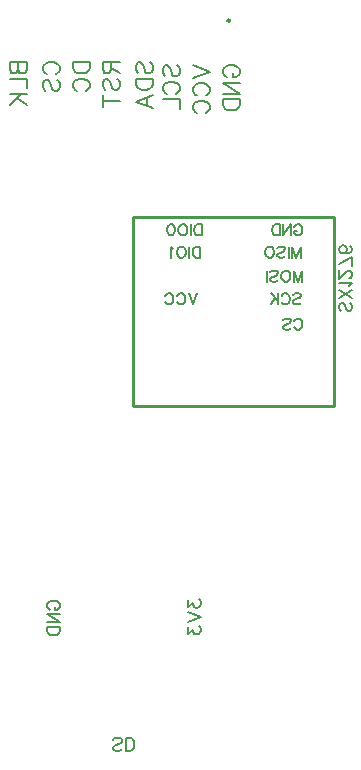
<source format=gbo>
G04 Layer: BottomSilkscreenLayer*
G04 EasyEDA v6.5.47, 2024-09-14 10:47:09*
G04 f333e6e274dc4bcb9767f93c96cd8ca8,df7e7e3c38a3447abd37b529b333d242,10*
G04 Gerber Generator version 0.2*
G04 Scale: 100 percent, Rotated: No, Reflected: No *
G04 Dimensions in millimeters *
G04 leading zeros omitted , absolute positions ,4 integer and 5 decimal *
%FSLAX45Y45*%
%MOMM*%

%ADD10C,0.1524*%
%ADD11C,0.2032*%
%ADD12C,0.2540*%
%ADD13C,0.2150*%

%LPD*%
D10*
X2625343Y319278D02*
G01*
X2614929Y308863D01*
X2599436Y303784D01*
X2578608Y303784D01*
X2563113Y308863D01*
X2552700Y319278D01*
X2552700Y329692D01*
X2557779Y340105D01*
X2563113Y345439D01*
X2573527Y350520D01*
X2604770Y360934D01*
X2614929Y366013D01*
X2620263Y371347D01*
X2625343Y381762D01*
X2625343Y397255D01*
X2614929Y407670D01*
X2599436Y412750D01*
X2578608Y412750D01*
X2563113Y407670D01*
X2552700Y397255D01*
X2659634Y303784D02*
G01*
X2659634Y412750D01*
X2659634Y303784D02*
G01*
X2696209Y303784D01*
X2711704Y308863D01*
X2722118Y319278D01*
X2727197Y329692D01*
X2732531Y345439D01*
X2732531Y371347D01*
X2727197Y386842D01*
X2722118Y397255D01*
X2711704Y407670D01*
X2696209Y412750D01*
X2659634Y412750D01*
X3186684Y1577086D02*
G01*
X3186684Y1519936D01*
X3228340Y1551178D01*
X3228340Y1535429D01*
X3233420Y1525270D01*
X3238500Y1519936D01*
X3254247Y1514855D01*
X3264661Y1514855D01*
X3280156Y1519936D01*
X3290570Y1530350D01*
X3295650Y1545844D01*
X3295650Y1561592D01*
X3290570Y1577086D01*
X3285490Y1582420D01*
X3275075Y1587500D01*
X3186684Y1480565D02*
G01*
X3295650Y1438910D01*
X3186684Y1397254D02*
G01*
X3295650Y1438910D01*
X3186684Y1352550D02*
G01*
X3186684Y1295400D01*
X3228340Y1326642D01*
X3228340Y1311147D01*
X3233420Y1300734D01*
X3238500Y1295400D01*
X3254247Y1290320D01*
X3264661Y1290320D01*
X3280156Y1295400D01*
X3290570Y1305813D01*
X3295650Y1321562D01*
X3295650Y1337055D01*
X3290570Y1352550D01*
X3285490Y1357884D01*
X3275075Y1362963D01*
X2018791Y1496821D02*
G01*
X2008377Y1502155D01*
X1997963Y1512570D01*
X1992884Y1522729D01*
X1992884Y1543557D01*
X1997963Y1553971D01*
X2008377Y1564386D01*
X2018791Y1569720D01*
X2034540Y1574800D01*
X2060447Y1574800D01*
X2075941Y1569720D01*
X2086356Y1564386D01*
X2096770Y1553971D01*
X2101850Y1543557D01*
X2101850Y1522729D01*
X2096770Y1512570D01*
X2086356Y1502155D01*
X2075941Y1496821D01*
X2060447Y1496821D01*
X2060447Y1522729D02*
G01*
X2060447Y1496821D01*
X1992884Y1462531D02*
G01*
X2101850Y1462531D01*
X1992884Y1462531D02*
G01*
X2101850Y1389887D01*
X1992884Y1389887D02*
G01*
X2101850Y1389887D01*
X1992884Y1355597D02*
G01*
X2101850Y1355597D01*
X1992884Y1355597D02*
G01*
X1992884Y1319276D01*
X1997963Y1303528D01*
X2008377Y1293113D01*
X2018791Y1288034D01*
X2034540Y1282700D01*
X2060447Y1282700D01*
X2075941Y1288034D01*
X2086356Y1293113D01*
X2096770Y1303528D01*
X2101850Y1319276D01*
X2101850Y1355597D01*
D11*
X3263900Y4177609D02*
G01*
X3227537Y4082153D01*
X3191172Y4177609D02*
G01*
X3227537Y4082153D01*
X3092991Y4154881D02*
G01*
X3097537Y4163971D01*
X3106628Y4173062D01*
X3115718Y4177609D01*
X3133900Y4177609D01*
X3142990Y4173062D01*
X3152081Y4163971D01*
X3156628Y4154881D01*
X3161172Y4141246D01*
X3161172Y4118518D01*
X3156628Y4104881D01*
X3152081Y4095790D01*
X3142990Y4086699D01*
X3133900Y4082153D01*
X3115718Y4082153D01*
X3106628Y4086699D01*
X3097537Y4095790D01*
X3092991Y4104881D01*
X2994809Y4154881D02*
G01*
X2999353Y4163971D01*
X3008447Y4173062D01*
X3017537Y4177609D01*
X3035719Y4177609D01*
X3044809Y4173062D01*
X3053900Y4163971D01*
X3058447Y4154881D01*
X3062991Y4141246D01*
X3062991Y4118518D01*
X3058447Y4104881D01*
X3053900Y4095790D01*
X3044809Y4086699D01*
X3035719Y4082153D01*
X3017537Y4082153D01*
X3008447Y4086699D01*
X2999353Y4095790D01*
X2994809Y4104881D01*
X3302000Y4761809D02*
G01*
X3302000Y4666353D01*
X3302000Y4761809D02*
G01*
X3270181Y4761809D01*
X3256546Y4757262D01*
X3247453Y4748171D01*
X3242909Y4739081D01*
X3238362Y4725446D01*
X3238362Y4702718D01*
X3242909Y4689081D01*
X3247453Y4679990D01*
X3256546Y4670899D01*
X3270181Y4666353D01*
X3302000Y4666353D01*
X3208362Y4761809D02*
G01*
X3208362Y4666353D01*
X3151090Y4761809D02*
G01*
X3160181Y4757262D01*
X3169272Y4748171D01*
X3173818Y4739081D01*
X3178362Y4725446D01*
X3178362Y4702718D01*
X3173818Y4689081D01*
X3169272Y4679990D01*
X3160181Y4670899D01*
X3151090Y4666353D01*
X3132909Y4666353D01*
X3123818Y4670899D01*
X3114728Y4679990D01*
X3110181Y4689081D01*
X3105637Y4702718D01*
X3105637Y4725446D01*
X3110181Y4739081D01*
X3114728Y4748171D01*
X3123818Y4757262D01*
X3132909Y4761809D01*
X3151090Y4761809D01*
X3048363Y4761809D02*
G01*
X3062000Y4757262D01*
X3071091Y4743627D01*
X3075637Y4720899D01*
X3075637Y4707262D01*
X3071091Y4684537D01*
X3062000Y4670899D01*
X3048363Y4666353D01*
X3039272Y4666353D01*
X3025637Y4670899D01*
X3016547Y4684537D01*
X3012000Y4707262D01*
X3012000Y4720899D01*
X3016547Y4743627D01*
X3025637Y4757262D01*
X3039272Y4761809D01*
X3048363Y4761809D01*
X3289300Y4571309D02*
G01*
X3289300Y4475853D01*
X3289300Y4571309D02*
G01*
X3257481Y4571309D01*
X3243846Y4566762D01*
X3234753Y4557671D01*
X3230209Y4548581D01*
X3225662Y4534946D01*
X3225662Y4512218D01*
X3230209Y4498581D01*
X3234753Y4489490D01*
X3243846Y4480399D01*
X3257481Y4475853D01*
X3289300Y4475853D01*
X3195662Y4571309D02*
G01*
X3195662Y4475853D01*
X3138390Y4571309D02*
G01*
X3147481Y4566762D01*
X3156572Y4557671D01*
X3161118Y4548581D01*
X3165662Y4534946D01*
X3165662Y4512218D01*
X3161118Y4498581D01*
X3156572Y4489490D01*
X3147481Y4480399D01*
X3138390Y4475853D01*
X3120209Y4475853D01*
X3111118Y4480399D01*
X3102028Y4489490D01*
X3097481Y4498581D01*
X3092937Y4512218D01*
X3092937Y4534946D01*
X3097481Y4548581D01*
X3102028Y4557671D01*
X3111118Y4566762D01*
X3120209Y4571309D01*
X3138390Y4571309D01*
X3062937Y4553127D02*
G01*
X3053847Y4557671D01*
X3040209Y4571309D01*
X3040209Y4475853D01*
X4152900Y4368109D02*
G01*
X4152900Y4272653D01*
X4152900Y4368109D02*
G01*
X4116537Y4272653D01*
X4080172Y4368109D02*
G01*
X4116537Y4272653D01*
X4080172Y4368109D02*
G01*
X4080172Y4272653D01*
X4022900Y4368109D02*
G01*
X4031990Y4363562D01*
X4041081Y4354471D01*
X4045628Y4345381D01*
X4050172Y4331746D01*
X4050172Y4309018D01*
X4045628Y4295381D01*
X4041081Y4286290D01*
X4031990Y4277199D01*
X4022900Y4272653D01*
X4004718Y4272653D01*
X3995628Y4277199D01*
X3986537Y4286290D01*
X3981991Y4295381D01*
X3977446Y4309018D01*
X3977446Y4331746D01*
X3981991Y4345381D01*
X3986537Y4354471D01*
X3995628Y4363562D01*
X4004718Y4368109D01*
X4022900Y4368109D01*
X3883809Y4354471D02*
G01*
X3892900Y4363562D01*
X3906537Y4368109D01*
X3924719Y4368109D01*
X3938353Y4363562D01*
X3947447Y4354471D01*
X3947447Y4345381D01*
X3942900Y4336290D01*
X3938353Y4331746D01*
X3929263Y4327199D01*
X3901991Y4318109D01*
X3892900Y4313562D01*
X3888353Y4309018D01*
X3883809Y4299927D01*
X3883809Y4286290D01*
X3892900Y4277199D01*
X3906537Y4272653D01*
X3924719Y4272653D01*
X3938353Y4277199D01*
X3947447Y4286290D01*
X3853809Y4368109D02*
G01*
X3853809Y4272653D01*
X4076562Y4163971D02*
G01*
X4085653Y4173062D01*
X4099290Y4177609D01*
X4117472Y4177609D01*
X4131109Y4173062D01*
X4140200Y4163971D01*
X4140200Y4154881D01*
X4135653Y4145790D01*
X4131109Y4141246D01*
X4122018Y4136699D01*
X4094746Y4127609D01*
X4085653Y4123062D01*
X4081109Y4118518D01*
X4076562Y4109427D01*
X4076562Y4095790D01*
X4085653Y4086699D01*
X4099290Y4082153D01*
X4117472Y4082153D01*
X4131109Y4086699D01*
X4140200Y4095790D01*
X3978381Y4154881D02*
G01*
X3982928Y4163971D01*
X3992018Y4173062D01*
X4001109Y4177609D01*
X4019290Y4177609D01*
X4028381Y4173062D01*
X4037472Y4163971D01*
X4042018Y4154881D01*
X4046562Y4141246D01*
X4046562Y4118518D01*
X4042018Y4104881D01*
X4037472Y4095790D01*
X4028381Y4086699D01*
X4019290Y4082153D01*
X4001109Y4082153D01*
X3992018Y4086699D01*
X3982928Y4095790D01*
X3978381Y4104881D01*
X3948381Y4177609D02*
G01*
X3948381Y4082153D01*
X3884747Y4177609D02*
G01*
X3948381Y4113971D01*
X3925653Y4136699D02*
G01*
X3884747Y4082153D01*
X4084718Y3938981D02*
G01*
X4089262Y3948071D01*
X4098353Y3957162D01*
X4107446Y3961709D01*
X4125628Y3961709D01*
X4134718Y3957162D01*
X4143809Y3948071D01*
X4148353Y3938981D01*
X4152900Y3925346D01*
X4152900Y3902618D01*
X4148353Y3888981D01*
X4143809Y3879890D01*
X4134718Y3870799D01*
X4125628Y3866253D01*
X4107446Y3866253D01*
X4098353Y3870799D01*
X4089262Y3879890D01*
X4084718Y3888981D01*
X3991081Y3948071D02*
G01*
X4000172Y3957162D01*
X4013809Y3961709D01*
X4031990Y3961709D01*
X4045628Y3957162D01*
X4054718Y3948071D01*
X4054718Y3938981D01*
X4050172Y3929890D01*
X4045628Y3925346D01*
X4036537Y3920799D01*
X4009263Y3911709D01*
X4000172Y3907162D01*
X3995628Y3902618D01*
X3991081Y3893527D01*
X3991081Y3879890D01*
X4000172Y3870799D01*
X4013809Y3866253D01*
X4031990Y3866253D01*
X4045628Y3870799D01*
X4054718Y3879890D01*
X4140200Y4571309D02*
G01*
X4140200Y4475853D01*
X4140200Y4571309D02*
G01*
X4103837Y4475853D01*
X4067472Y4571309D02*
G01*
X4103837Y4475853D01*
X4067472Y4571309D02*
G01*
X4067472Y4475853D01*
X4037472Y4571309D02*
G01*
X4037472Y4475853D01*
X3943837Y4557671D02*
G01*
X3952928Y4566762D01*
X3966563Y4571309D01*
X3984746Y4571309D01*
X3998381Y4566762D01*
X4007472Y4557671D01*
X4007472Y4548581D01*
X4002928Y4539490D01*
X3998381Y4534946D01*
X3989290Y4530399D01*
X3962018Y4521309D01*
X3952928Y4516762D01*
X3948381Y4512218D01*
X3943837Y4503127D01*
X3943837Y4489490D01*
X3952928Y4480399D01*
X3966563Y4475853D01*
X3984746Y4475853D01*
X3998381Y4480399D01*
X4007472Y4489490D01*
X3886563Y4571309D02*
G01*
X3895653Y4566762D01*
X3904747Y4557671D01*
X3909291Y4548581D01*
X3913837Y4534946D01*
X3913837Y4512218D01*
X3909291Y4498581D01*
X3904747Y4489490D01*
X3895653Y4480399D01*
X3886563Y4475853D01*
X3868381Y4475853D01*
X3859291Y4480399D01*
X3850200Y4489490D01*
X3845653Y4498581D01*
X3841109Y4512218D01*
X3841109Y4534946D01*
X3845653Y4548581D01*
X3850200Y4557671D01*
X3859291Y4566762D01*
X3868381Y4571309D01*
X3886563Y4571309D01*
X4084718Y4739081D02*
G01*
X4089262Y4748171D01*
X4098353Y4757262D01*
X4107446Y4761809D01*
X4125628Y4761809D01*
X4134718Y4757262D01*
X4143809Y4748171D01*
X4148353Y4739081D01*
X4152900Y4725446D01*
X4152900Y4702718D01*
X4148353Y4689081D01*
X4143809Y4679990D01*
X4134718Y4670899D01*
X4125628Y4666353D01*
X4107446Y4666353D01*
X4098353Y4670899D01*
X4089262Y4679990D01*
X4084718Y4689081D01*
X4084718Y4702718D01*
X4107446Y4702718D02*
G01*
X4084718Y4702718D01*
X4054718Y4761809D02*
G01*
X4054718Y4666353D01*
X4054718Y4761809D02*
G01*
X3991081Y4666353D01*
X3991081Y4761809D02*
G01*
X3991081Y4666353D01*
X3961081Y4761809D02*
G01*
X3961081Y4666353D01*
X3961081Y4761809D02*
G01*
X3929263Y4761809D01*
X3915628Y4757262D01*
X3906537Y4748171D01*
X3901991Y4739081D01*
X3897447Y4725446D01*
X3897447Y4702718D01*
X3901991Y4689081D01*
X3906537Y4679990D01*
X3915628Y4670899D01*
X3929263Y4666353D01*
X3961081Y4666353D01*
D10*
X4557453Y4098635D02*
G01*
X4567844Y4088244D01*
X4573038Y4072658D01*
X4573038Y4051876D01*
X4567844Y4036291D01*
X4557453Y4025900D01*
X4547062Y4025900D01*
X4536671Y4031094D01*
X4531474Y4036291D01*
X4526279Y4046682D01*
X4515888Y4077855D01*
X4510694Y4088244D01*
X4505497Y4093441D01*
X4495106Y4098635D01*
X4479521Y4098635D01*
X4469129Y4088244D01*
X4463935Y4072658D01*
X4463935Y4051876D01*
X4469129Y4036291D01*
X4479521Y4025900D01*
X4573038Y4132925D02*
G01*
X4463935Y4205663D01*
X4573038Y4205663D02*
G01*
X4463935Y4132925D01*
X4552256Y4239953D02*
G01*
X4557453Y4250344D01*
X4573038Y4265929D01*
X4463935Y4265929D01*
X4547062Y4305414D02*
G01*
X4552256Y4305414D01*
X4562647Y4310611D01*
X4567844Y4315805D01*
X4573038Y4326196D01*
X4573038Y4346978D01*
X4567844Y4357370D01*
X4562647Y4362564D01*
X4552256Y4367761D01*
X4541865Y4367761D01*
X4531474Y4362564D01*
X4515888Y4352175D01*
X4463935Y4300220D01*
X4463935Y4372955D01*
X4573038Y4479983D02*
G01*
X4463935Y4428027D01*
X4573038Y4407245D02*
G01*
X4573038Y4479983D01*
X4557453Y4576617D02*
G01*
X4567844Y4571423D01*
X4573038Y4555835D01*
X4573038Y4545444D01*
X4567844Y4529858D01*
X4552256Y4519467D01*
X4526279Y4514273D01*
X4500303Y4514273D01*
X4479521Y4519467D01*
X4469129Y4529858D01*
X4463935Y4545444D01*
X4463935Y4550641D01*
X4469129Y4566226D01*
X4479521Y4576617D01*
X4495106Y4581814D01*
X4500303Y4581814D01*
X4515888Y4576617D01*
X4526279Y4566226D01*
X4531474Y4550641D01*
X4531474Y4545444D01*
X4526279Y4529858D01*
X4515888Y4519467D01*
X4500303Y4514273D01*
D11*
X1990852Y6031737D02*
G01*
X1977390Y6038595D01*
X1963674Y6052312D01*
X1956815Y6066028D01*
X1956815Y6093205D01*
X1963674Y6106921D01*
X1977390Y6120384D01*
X1990852Y6127242D01*
X2011425Y6134100D01*
X2045461Y6134100D01*
X2066036Y6127242D01*
X2079497Y6120384D01*
X2093213Y6106921D01*
X2100072Y6093205D01*
X2100072Y6066028D01*
X2093213Y6052312D01*
X2079497Y6038595D01*
X2066036Y6031737D01*
X1977390Y5891276D02*
G01*
X1963674Y5904992D01*
X1956815Y5925565D01*
X1956815Y5952744D01*
X1963674Y5973318D01*
X1977390Y5986779D01*
X1990852Y5986779D01*
X2004568Y5979921D01*
X2011425Y5973318D01*
X2018284Y5959602D01*
X2031745Y5918707D01*
X2038604Y5904992D01*
X2045461Y5898134D01*
X2059177Y5891276D01*
X2079497Y5891276D01*
X2093213Y5904992D01*
X2100072Y5925565D01*
X2100072Y5952744D01*
X2093213Y5973318D01*
X2079497Y5986779D01*
X2210815Y6134100D02*
G01*
X2354072Y6134100D01*
X2210815Y6134100D02*
G01*
X2210815Y6086347D01*
X2217674Y6066028D01*
X2231390Y6052312D01*
X2244852Y6045454D01*
X2265425Y6038595D01*
X2299461Y6038595D01*
X2320036Y6045454D01*
X2333497Y6052312D01*
X2347213Y6066028D01*
X2354072Y6086347D01*
X2354072Y6134100D01*
X2244852Y5891276D02*
G01*
X2231390Y5898134D01*
X2217674Y5911850D01*
X2210815Y5925565D01*
X2210815Y5952744D01*
X2217674Y5966460D01*
X2231390Y5979921D01*
X2244852Y5986779D01*
X2265425Y5993637D01*
X2299461Y5993637D01*
X2320036Y5986779D01*
X2333497Y5979921D01*
X2347213Y5966460D01*
X2354072Y5952744D01*
X2354072Y5925565D01*
X2347213Y5911850D01*
X2333497Y5898134D01*
X2320036Y5891276D01*
X3514852Y6006337D02*
G01*
X3501390Y6013195D01*
X3487674Y6026912D01*
X3480815Y6040628D01*
X3480815Y6067805D01*
X3487674Y6081521D01*
X3501390Y6094984D01*
X3514852Y6101842D01*
X3535425Y6108700D01*
X3569461Y6108700D01*
X3590036Y6101842D01*
X3603497Y6094984D01*
X3617213Y6081521D01*
X3624072Y6067805D01*
X3624072Y6040628D01*
X3617213Y6026912D01*
X3603497Y6013195D01*
X3590036Y6006337D01*
X3569461Y6006337D01*
X3569461Y6040628D02*
G01*
X3569461Y6006337D01*
X3480815Y5961379D02*
G01*
X3624072Y5961379D01*
X3480815Y5961379D02*
G01*
X3624072Y5865876D01*
X3480815Y5865876D02*
G01*
X3624072Y5865876D01*
X3480815Y5820918D02*
G01*
X3624072Y5820918D01*
X3480815Y5820918D02*
G01*
X3480815Y5773165D01*
X3487674Y5752845D01*
X3501390Y5739129D01*
X3514852Y5732271D01*
X3535425Y5725413D01*
X3569461Y5725413D01*
X3590036Y5732271D01*
X3603497Y5739129D01*
X3617213Y5752845D01*
X3624072Y5773165D01*
X3624072Y5820918D01*
X3226815Y6108700D02*
G01*
X3370072Y6054089D01*
X3226815Y5999734D02*
G01*
X3370072Y6054089D01*
X3260852Y5852413D02*
G01*
X3247390Y5859271D01*
X3233674Y5872734D01*
X3226815Y5886450D01*
X3226815Y5913628D01*
X3233674Y5927344D01*
X3247390Y5941060D01*
X3260852Y5947918D01*
X3281425Y5954521D01*
X3315461Y5954521D01*
X3336036Y5947918D01*
X3349497Y5941060D01*
X3363213Y5927344D01*
X3370072Y5913628D01*
X3370072Y5886450D01*
X3363213Y5872734D01*
X3349497Y5859271D01*
X3336036Y5852413D01*
X3260852Y5705094D02*
G01*
X3247390Y5711952D01*
X3233674Y5725413D01*
X3226815Y5739129D01*
X3226815Y5766307D01*
X3233674Y5780023D01*
X3247390Y5793739D01*
X3260852Y5800597D01*
X3281425Y5807455D01*
X3315461Y5807455D01*
X3336036Y5800597D01*
X3349497Y5793739D01*
X3363213Y5780023D01*
X3370072Y5766307D01*
X3370072Y5739129D01*
X3363213Y5725413D01*
X3349497Y5711952D01*
X3336036Y5705094D01*
X2993390Y6013195D02*
G01*
X2979674Y6026912D01*
X2972815Y6047231D01*
X2972815Y6074663D01*
X2979674Y6094984D01*
X2993390Y6108700D01*
X3006852Y6108700D01*
X3020568Y6101842D01*
X3027425Y6094984D01*
X3034284Y6081521D01*
X3047745Y6040628D01*
X3054604Y6026912D01*
X3061461Y6020054D01*
X3075177Y6013195D01*
X3095497Y6013195D01*
X3109213Y6026912D01*
X3116072Y6047231D01*
X3116072Y6074663D01*
X3109213Y6094984D01*
X3095497Y6108700D01*
X3006852Y5865876D02*
G01*
X2993390Y5872734D01*
X2979674Y5886450D01*
X2972815Y5900165D01*
X2972815Y5927344D01*
X2979674Y5941060D01*
X2993390Y5954521D01*
X3006852Y5961379D01*
X3027425Y5968237D01*
X3061461Y5968237D01*
X3082036Y5961379D01*
X3095497Y5954521D01*
X3109213Y5941060D01*
X3116072Y5927344D01*
X3116072Y5900165D01*
X3109213Y5886450D01*
X3095497Y5872734D01*
X3082036Y5865876D01*
X2972815Y5820918D02*
G01*
X3116072Y5820918D01*
X3116072Y5820918D02*
G01*
X3116072Y5739129D01*
X2764790Y6038595D02*
G01*
X2751074Y6052312D01*
X2744215Y6072631D01*
X2744215Y6100063D01*
X2751074Y6120384D01*
X2764790Y6134100D01*
X2778252Y6134100D01*
X2791968Y6127242D01*
X2798825Y6120384D01*
X2805684Y6106921D01*
X2819145Y6066028D01*
X2826004Y6052312D01*
X2832861Y6045454D01*
X2846577Y6038595D01*
X2866897Y6038595D01*
X2880613Y6052312D01*
X2887472Y6072631D01*
X2887472Y6100063D01*
X2880613Y6120384D01*
X2866897Y6134100D01*
X2744215Y5993637D02*
G01*
X2887472Y5993637D01*
X2744215Y5993637D02*
G01*
X2744215Y5945886D01*
X2751074Y5925565D01*
X2764790Y5911850D01*
X2778252Y5904992D01*
X2798825Y5898134D01*
X2832861Y5898134D01*
X2853436Y5904992D01*
X2866897Y5911850D01*
X2880613Y5925565D01*
X2887472Y5945886D01*
X2887472Y5993637D01*
X2744215Y5798565D02*
G01*
X2887472Y5853176D01*
X2744215Y5798565D02*
G01*
X2887472Y5744210D01*
X2839720Y5832855D02*
G01*
X2839720Y5764529D01*
X2464815Y6134100D02*
G01*
X2608072Y6134100D01*
X2464815Y6134100D02*
G01*
X2464815Y6072631D01*
X2471674Y6052312D01*
X2478531Y6045454D01*
X2491993Y6038595D01*
X2505709Y6038595D01*
X2519425Y6045454D01*
X2526284Y6052312D01*
X2533141Y6072631D01*
X2533141Y6134100D01*
X2533141Y6086347D02*
G01*
X2608072Y6038595D01*
X2485390Y5898134D02*
G01*
X2471674Y5911850D01*
X2464815Y5932170D01*
X2464815Y5959602D01*
X2471674Y5979921D01*
X2485390Y5993637D01*
X2498852Y5993637D01*
X2512568Y5986779D01*
X2519425Y5979921D01*
X2526284Y5966460D01*
X2539745Y5925565D01*
X2546604Y5911850D01*
X2553461Y5904992D01*
X2567177Y5898134D01*
X2587497Y5898134D01*
X2601213Y5911850D01*
X2608072Y5932170D01*
X2608072Y5959602D01*
X2601213Y5979921D01*
X2587497Y5993637D01*
X2464815Y5805423D02*
G01*
X2608072Y5805423D01*
X2464815Y5853176D02*
G01*
X2464815Y5757671D01*
X1677415Y6134100D02*
G01*
X1820671Y6134100D01*
X1677415Y6134100D02*
G01*
X1677415Y6072631D01*
X1684273Y6052312D01*
X1691131Y6045454D01*
X1704594Y6038595D01*
X1718310Y6038595D01*
X1732026Y6045454D01*
X1738884Y6052312D01*
X1745742Y6072631D01*
X1745742Y6134100D02*
G01*
X1745742Y6072631D01*
X1752345Y6052312D01*
X1759204Y6045454D01*
X1772920Y6038595D01*
X1793239Y6038595D01*
X1806955Y6045454D01*
X1813813Y6052312D01*
X1820671Y6072631D01*
X1820671Y6134100D01*
X1677415Y5993637D02*
G01*
X1820671Y5993637D01*
X1820671Y5993637D02*
G01*
X1820671Y5911850D01*
X1677415Y5866892D02*
G01*
X1820671Y5866892D01*
X1677415Y5771387D02*
G01*
X1772920Y5866892D01*
X1738884Y5832855D02*
G01*
X1820671Y5771387D01*
D12*
X4418711Y3225901D02*
G01*
X4418711Y4825898D01*
X2718714Y4825898D01*
X2718714Y3225901D01*
X4418711Y3225901D01*
D13*
G75*
G01
X3541344Y6486220D02*
G03X3541344Y6486220I-10744J0D01*
M02*

</source>
